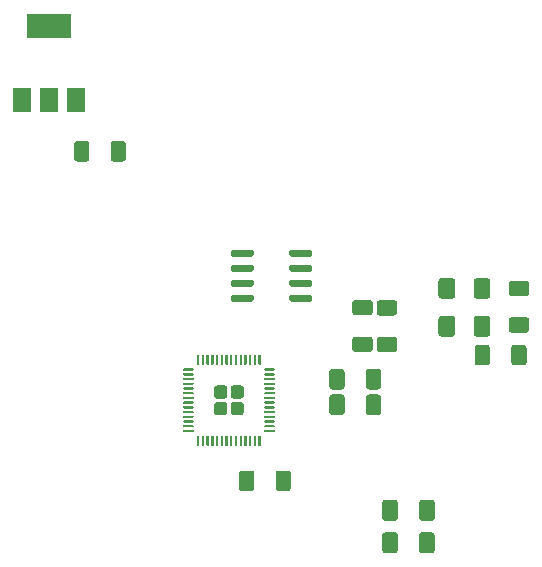
<source format=gbr>
%TF.GenerationSoftware,KiCad,Pcbnew,5.1.9+dfsg1-1+deb11u1*%
%TF.CreationDate,2023-02-15T16:28:34+00:00*%
%TF.ProjectId,bao-board,62616f2d-626f-4617-9264-2e6b69636164,rev?*%
%TF.SameCoordinates,Original*%
%TF.FileFunction,Paste,Top*%
%TF.FilePolarity,Positive*%
%FSLAX46Y46*%
G04 Gerber Fmt 4.6, Leading zero omitted, Abs format (unit mm)*
G04 Created by KiCad (PCBNEW 5.1.9+dfsg1-1+deb11u1) date 2023-02-15 16:28:34*
%MOMM*%
%LPD*%
G01*
G04 APERTURE LIST*
%ADD10R,1.500000X2.000000*%
%ADD11R,3.800000X2.000000*%
G04 APERTURE END LIST*
%TO.C,R14*%
G36*
G01*
X91050000Y-131924999D02*
X91050000Y-133175001D01*
G75*
G02*
X90800001Y-133425000I-249999J0D01*
G01*
X89999999Y-133425000D01*
G75*
G02*
X89750000Y-133175001I0J249999D01*
G01*
X89750000Y-131924999D01*
G75*
G02*
X89999999Y-131675000I249999J0D01*
G01*
X90800001Y-131675000D01*
G75*
G02*
X91050000Y-131924999I0J-249999D01*
G01*
G37*
G36*
G01*
X94150000Y-131924999D02*
X94150000Y-133175001D01*
G75*
G02*
X93900001Y-133425000I-249999J0D01*
G01*
X93099999Y-133425000D01*
G75*
G02*
X92850000Y-133175001I0J249999D01*
G01*
X92850000Y-131924999D01*
G75*
G02*
X93099999Y-131675000I249999J0D01*
G01*
X93900001Y-131675000D01*
G75*
G02*
X94150000Y-131924999I0J-249999D01*
G01*
G37*
%TD*%
%TO.C,R13*%
G36*
G01*
X78878000Y-105273001D02*
X78878000Y-104022999D01*
G75*
G02*
X79127999Y-103773000I249999J0D01*
G01*
X79928001Y-103773000D01*
G75*
G02*
X80178000Y-104022999I0J-249999D01*
G01*
X80178000Y-105273001D01*
G75*
G02*
X79928001Y-105523000I-249999J0D01*
G01*
X79127999Y-105523000D01*
G75*
G02*
X78878000Y-105273001I0J249999D01*
G01*
G37*
G36*
G01*
X75778000Y-105273001D02*
X75778000Y-104022999D01*
G75*
G02*
X76027999Y-103773000I249999J0D01*
G01*
X76828001Y-103773000D01*
G75*
G02*
X77078000Y-104022999I0J-249999D01*
G01*
X77078000Y-105273001D01*
G75*
G02*
X76828001Y-105523000I-249999J0D01*
G01*
X76027999Y-105523000D01*
G75*
G02*
X75778000Y-105273001I0J249999D01*
G01*
G37*
%TD*%
%TO.C,C8*%
G36*
G01*
X105000000Y-138450002D02*
X105000000Y-137149998D01*
G75*
G02*
X105249998Y-136900000I249998J0D01*
G01*
X106075002Y-136900000D01*
G75*
G02*
X106325000Y-137149998I0J-249998D01*
G01*
X106325000Y-138450002D01*
G75*
G02*
X106075002Y-138700000I-249998J0D01*
G01*
X105249998Y-138700000D01*
G75*
G02*
X105000000Y-138450002I0J249998D01*
G01*
G37*
G36*
G01*
X101875000Y-138450002D02*
X101875000Y-137149998D01*
G75*
G02*
X102124998Y-136900000I249998J0D01*
G01*
X102950002Y-136900000D01*
G75*
G02*
X103200000Y-137149998I0J-249998D01*
G01*
X103200000Y-138450002D01*
G75*
G02*
X102950002Y-138700000I-249998J0D01*
G01*
X102124998Y-138700000D01*
G75*
G02*
X101875000Y-138450002I0J249998D01*
G01*
G37*
%TD*%
%TO.C,C7*%
G36*
G01*
X105000000Y-135700002D02*
X105000000Y-134399998D01*
G75*
G02*
X105249998Y-134150000I249998J0D01*
G01*
X106075002Y-134150000D01*
G75*
G02*
X106325000Y-134399998I0J-249998D01*
G01*
X106325000Y-135700002D01*
G75*
G02*
X106075002Y-135950000I-249998J0D01*
G01*
X105249998Y-135950000D01*
G75*
G02*
X105000000Y-135700002I0J249998D01*
G01*
G37*
G36*
G01*
X101875000Y-135700002D02*
X101875000Y-134399998D01*
G75*
G02*
X102124998Y-134150000I249998J0D01*
G01*
X102950002Y-134150000D01*
G75*
G02*
X103200000Y-134399998I0J-249998D01*
G01*
X103200000Y-135700002D01*
G75*
G02*
X102950002Y-135950000I-249998J0D01*
G01*
X102124998Y-135950000D01*
G75*
G02*
X101875000Y-135700002I0J249998D01*
G01*
G37*
%TD*%
%TO.C,U2*%
G36*
G01*
X87635000Y-126745000D02*
X87635000Y-126115000D01*
G75*
G02*
X87885000Y-125865000I250000J0D01*
G01*
X88515000Y-125865000D01*
G75*
G02*
X88765000Y-126115000I0J-250000D01*
G01*
X88765000Y-126745000D01*
G75*
G02*
X88515000Y-126995000I-250000J0D01*
G01*
X87885000Y-126995000D01*
G75*
G02*
X87635000Y-126745000I0J250000D01*
G01*
G37*
G36*
G01*
X87000000Y-122680000D02*
X87000000Y-121905000D01*
G75*
G02*
X87050000Y-121855000I50000J0D01*
G01*
X87150000Y-121855000D01*
G75*
G02*
X87200000Y-121905000I0J-50000D01*
G01*
X87200000Y-122680000D01*
G75*
G02*
X87150000Y-122730000I-50000J0D01*
G01*
X87050000Y-122730000D01*
G75*
G02*
X87000000Y-122680000I0J50000D01*
G01*
G37*
G36*
G01*
X91000000Y-122680000D02*
X91000000Y-121905000D01*
G75*
G02*
X91050000Y-121855000I50000J0D01*
G01*
X91150000Y-121855000D01*
G75*
G02*
X91200000Y-121905000I0J-50000D01*
G01*
X91200000Y-122680000D01*
G75*
G02*
X91150000Y-122730000I-50000J0D01*
G01*
X91050000Y-122730000D01*
G75*
G02*
X91000000Y-122680000I0J50000D01*
G01*
G37*
G36*
G01*
X88600000Y-129555000D02*
X88600000Y-128780000D01*
G75*
G02*
X88650000Y-128730000I50000J0D01*
G01*
X88750000Y-128730000D01*
G75*
G02*
X88800000Y-128780000I0J-50000D01*
G01*
X88800000Y-129555000D01*
G75*
G02*
X88750000Y-129605000I-50000J0D01*
G01*
X88650000Y-129605000D01*
G75*
G02*
X88600000Y-129555000I0J50000D01*
G01*
G37*
G36*
G01*
X85025000Y-126780000D02*
X85025000Y-126680000D01*
G75*
G02*
X85075000Y-126630000I50000J0D01*
G01*
X85850000Y-126630000D01*
G75*
G02*
X85900000Y-126680000I0J-50000D01*
G01*
X85900000Y-126780000D01*
G75*
G02*
X85850000Y-126830000I-50000J0D01*
G01*
X85075000Y-126830000D01*
G75*
G02*
X85025000Y-126780000I0J50000D01*
G01*
G37*
G36*
G01*
X85025000Y-127980000D02*
X85025000Y-127880000D01*
G75*
G02*
X85075000Y-127830000I50000J0D01*
G01*
X85850000Y-127830000D01*
G75*
G02*
X85900000Y-127880000I0J-50000D01*
G01*
X85900000Y-127980000D01*
G75*
G02*
X85850000Y-128030000I-50000J0D01*
G01*
X85075000Y-128030000D01*
G75*
G02*
X85025000Y-127980000I0J50000D01*
G01*
G37*
G36*
G01*
X90200000Y-129555000D02*
X90200000Y-128780000D01*
G75*
G02*
X90250000Y-128730000I50000J0D01*
G01*
X90350000Y-128730000D01*
G75*
G02*
X90400000Y-128780000I0J-50000D01*
G01*
X90400000Y-129555000D01*
G75*
G02*
X90350000Y-129605000I-50000J0D01*
G01*
X90250000Y-129605000D01*
G75*
G02*
X90200000Y-129555000I0J50000D01*
G01*
G37*
G36*
G01*
X85025000Y-128380000D02*
X85025000Y-128280000D01*
G75*
G02*
X85075000Y-128230000I50000J0D01*
G01*
X85850000Y-128230000D01*
G75*
G02*
X85900000Y-128280000I0J-50000D01*
G01*
X85900000Y-128380000D01*
G75*
G02*
X85850000Y-128430000I-50000J0D01*
G01*
X85075000Y-128430000D01*
G75*
G02*
X85025000Y-128380000I0J50000D01*
G01*
G37*
G36*
G01*
X86200000Y-129555000D02*
X86200000Y-128780000D01*
G75*
G02*
X86250000Y-128730000I50000J0D01*
G01*
X86350000Y-128730000D01*
G75*
G02*
X86400000Y-128780000I0J-50000D01*
G01*
X86400000Y-129555000D01*
G75*
G02*
X86350000Y-129605000I-50000J0D01*
G01*
X86250000Y-129605000D01*
G75*
G02*
X86200000Y-129555000I0J50000D01*
G01*
G37*
G36*
G01*
X91900000Y-123980000D02*
X91900000Y-123880000D01*
G75*
G02*
X91950000Y-123830000I50000J0D01*
G01*
X92725000Y-123830000D01*
G75*
G02*
X92775000Y-123880000I0J-50000D01*
G01*
X92775000Y-123980000D01*
G75*
G02*
X92725000Y-124030000I-50000J0D01*
G01*
X91950000Y-124030000D01*
G75*
G02*
X91900000Y-123980000I0J50000D01*
G01*
G37*
G36*
G01*
X89000000Y-122680000D02*
X89000000Y-121905000D01*
G75*
G02*
X89050000Y-121855000I50000J0D01*
G01*
X89150000Y-121855000D01*
G75*
G02*
X89200000Y-121905000I0J-50000D01*
G01*
X89200000Y-122680000D01*
G75*
G02*
X89150000Y-122730000I-50000J0D01*
G01*
X89050000Y-122730000D01*
G75*
G02*
X89000000Y-122680000I0J50000D01*
G01*
G37*
G36*
G01*
X91900000Y-126380000D02*
X91900000Y-126280000D01*
G75*
G02*
X91950000Y-126230000I50000J0D01*
G01*
X92725000Y-126230000D01*
G75*
G02*
X92775000Y-126280000I0J-50000D01*
G01*
X92775000Y-126380000D01*
G75*
G02*
X92725000Y-126430000I-50000J0D01*
G01*
X91950000Y-126430000D01*
G75*
G02*
X91900000Y-126380000I0J50000D01*
G01*
G37*
G36*
G01*
X91900000Y-123180000D02*
X91900000Y-123080000D01*
G75*
G02*
X91950000Y-123030000I50000J0D01*
G01*
X92725000Y-123030000D01*
G75*
G02*
X92775000Y-123080000I0J-50000D01*
G01*
X92775000Y-123180000D01*
G75*
G02*
X92725000Y-123230000I-50000J0D01*
G01*
X91950000Y-123230000D01*
G75*
G02*
X91900000Y-123180000I0J50000D01*
G01*
G37*
G36*
G01*
X87400000Y-122680000D02*
X87400000Y-121905000D01*
G75*
G02*
X87450000Y-121855000I50000J0D01*
G01*
X87550000Y-121855000D01*
G75*
G02*
X87600000Y-121905000I0J-50000D01*
G01*
X87600000Y-122680000D01*
G75*
G02*
X87550000Y-122730000I-50000J0D01*
G01*
X87450000Y-122730000D01*
G75*
G02*
X87400000Y-122680000I0J50000D01*
G01*
G37*
G36*
G01*
X86200000Y-122680000D02*
X86200000Y-121905000D01*
G75*
G02*
X86250000Y-121855000I50000J0D01*
G01*
X86350000Y-121855000D01*
G75*
G02*
X86400000Y-121905000I0J-50000D01*
G01*
X86400000Y-122680000D01*
G75*
G02*
X86350000Y-122730000I-50000J0D01*
G01*
X86250000Y-122730000D01*
G75*
G02*
X86200000Y-122680000I0J50000D01*
G01*
G37*
G36*
G01*
X89035000Y-125345000D02*
X89035000Y-124715000D01*
G75*
G02*
X89285000Y-124465000I250000J0D01*
G01*
X89915000Y-124465000D01*
G75*
G02*
X90165000Y-124715000I0J-250000D01*
G01*
X90165000Y-125345000D01*
G75*
G02*
X89915000Y-125595000I-250000J0D01*
G01*
X89285000Y-125595000D01*
G75*
G02*
X89035000Y-125345000I0J250000D01*
G01*
G37*
G36*
G01*
X87400000Y-129555000D02*
X87400000Y-128780000D01*
G75*
G02*
X87450000Y-128730000I50000J0D01*
G01*
X87550000Y-128730000D01*
G75*
G02*
X87600000Y-128780000I0J-50000D01*
G01*
X87600000Y-129555000D01*
G75*
G02*
X87550000Y-129605000I-50000J0D01*
G01*
X87450000Y-129605000D01*
G75*
G02*
X87400000Y-129555000I0J50000D01*
G01*
G37*
G36*
G01*
X91900000Y-125180000D02*
X91900000Y-125080000D01*
G75*
G02*
X91950000Y-125030000I50000J0D01*
G01*
X92725000Y-125030000D01*
G75*
G02*
X92775000Y-125080000I0J-50000D01*
G01*
X92775000Y-125180000D01*
G75*
G02*
X92725000Y-125230000I-50000J0D01*
G01*
X91950000Y-125230000D01*
G75*
G02*
X91900000Y-125180000I0J50000D01*
G01*
G37*
G36*
G01*
X91900000Y-125980000D02*
X91900000Y-125880000D01*
G75*
G02*
X91950000Y-125830000I50000J0D01*
G01*
X92725000Y-125830000D01*
G75*
G02*
X92775000Y-125880000I0J-50000D01*
G01*
X92775000Y-125980000D01*
G75*
G02*
X92725000Y-126030000I-50000J0D01*
G01*
X91950000Y-126030000D01*
G75*
G02*
X91900000Y-125980000I0J50000D01*
G01*
G37*
G36*
G01*
X90600000Y-122680000D02*
X90600000Y-121905000D01*
G75*
G02*
X90650000Y-121855000I50000J0D01*
G01*
X90750000Y-121855000D01*
G75*
G02*
X90800000Y-121905000I0J-50000D01*
G01*
X90800000Y-122680000D01*
G75*
G02*
X90750000Y-122730000I-50000J0D01*
G01*
X90650000Y-122730000D01*
G75*
G02*
X90600000Y-122680000I0J50000D01*
G01*
G37*
G36*
G01*
X91900000Y-123580000D02*
X91900000Y-123480000D01*
G75*
G02*
X91950000Y-123430000I50000J0D01*
G01*
X92725000Y-123430000D01*
G75*
G02*
X92775000Y-123480000I0J-50000D01*
G01*
X92775000Y-123580000D01*
G75*
G02*
X92725000Y-123630000I-50000J0D01*
G01*
X91950000Y-123630000D01*
G75*
G02*
X91900000Y-123580000I0J50000D01*
G01*
G37*
G36*
G01*
X87800000Y-129555000D02*
X87800000Y-128780000D01*
G75*
G02*
X87850000Y-128730000I50000J0D01*
G01*
X87950000Y-128730000D01*
G75*
G02*
X88000000Y-128780000I0J-50000D01*
G01*
X88000000Y-129555000D01*
G75*
G02*
X87950000Y-129605000I-50000J0D01*
G01*
X87850000Y-129605000D01*
G75*
G02*
X87800000Y-129555000I0J50000D01*
G01*
G37*
G36*
G01*
X85025000Y-125580000D02*
X85025000Y-125480000D01*
G75*
G02*
X85075000Y-125430000I50000J0D01*
G01*
X85850000Y-125430000D01*
G75*
G02*
X85900000Y-125480000I0J-50000D01*
G01*
X85900000Y-125580000D01*
G75*
G02*
X85850000Y-125630000I-50000J0D01*
G01*
X85075000Y-125630000D01*
G75*
G02*
X85025000Y-125580000I0J50000D01*
G01*
G37*
G36*
G01*
X91900000Y-124380000D02*
X91900000Y-124280000D01*
G75*
G02*
X91950000Y-124230000I50000J0D01*
G01*
X92725000Y-124230000D01*
G75*
G02*
X92775000Y-124280000I0J-50000D01*
G01*
X92775000Y-124380000D01*
G75*
G02*
X92725000Y-124430000I-50000J0D01*
G01*
X91950000Y-124430000D01*
G75*
G02*
X91900000Y-124380000I0J50000D01*
G01*
G37*
G36*
G01*
X91400000Y-122680000D02*
X91400000Y-121905000D01*
G75*
G02*
X91450000Y-121855000I50000J0D01*
G01*
X91550000Y-121855000D01*
G75*
G02*
X91600000Y-121905000I0J-50000D01*
G01*
X91600000Y-122680000D01*
G75*
G02*
X91550000Y-122730000I-50000J0D01*
G01*
X91450000Y-122730000D01*
G75*
G02*
X91400000Y-122680000I0J50000D01*
G01*
G37*
G36*
G01*
X85025000Y-124380000D02*
X85025000Y-124280000D01*
G75*
G02*
X85075000Y-124230000I50000J0D01*
G01*
X85850000Y-124230000D01*
G75*
G02*
X85900000Y-124280000I0J-50000D01*
G01*
X85900000Y-124380000D01*
G75*
G02*
X85850000Y-124430000I-50000J0D01*
G01*
X85075000Y-124430000D01*
G75*
G02*
X85025000Y-124380000I0J50000D01*
G01*
G37*
G36*
G01*
X91900000Y-126780000D02*
X91900000Y-126680000D01*
G75*
G02*
X91950000Y-126630000I50000J0D01*
G01*
X92725000Y-126630000D01*
G75*
G02*
X92775000Y-126680000I0J-50000D01*
G01*
X92775000Y-126780000D01*
G75*
G02*
X92725000Y-126830000I-50000J0D01*
G01*
X91950000Y-126830000D01*
G75*
G02*
X91900000Y-126780000I0J50000D01*
G01*
G37*
G36*
G01*
X86600000Y-122680000D02*
X86600000Y-121905000D01*
G75*
G02*
X86650000Y-121855000I50000J0D01*
G01*
X86750000Y-121855000D01*
G75*
G02*
X86800000Y-121905000I0J-50000D01*
G01*
X86800000Y-122680000D01*
G75*
G02*
X86750000Y-122730000I-50000J0D01*
G01*
X86650000Y-122730000D01*
G75*
G02*
X86600000Y-122680000I0J50000D01*
G01*
G37*
G36*
G01*
X85025000Y-125180000D02*
X85025000Y-125080000D01*
G75*
G02*
X85075000Y-125030000I50000J0D01*
G01*
X85850000Y-125030000D01*
G75*
G02*
X85900000Y-125080000I0J-50000D01*
G01*
X85900000Y-125180000D01*
G75*
G02*
X85850000Y-125230000I-50000J0D01*
G01*
X85075000Y-125230000D01*
G75*
G02*
X85025000Y-125180000I0J50000D01*
G01*
G37*
G36*
G01*
X88200000Y-122680000D02*
X88200000Y-121905000D01*
G75*
G02*
X88250000Y-121855000I50000J0D01*
G01*
X88350000Y-121855000D01*
G75*
G02*
X88400000Y-121905000I0J-50000D01*
G01*
X88400000Y-122680000D01*
G75*
G02*
X88350000Y-122730000I-50000J0D01*
G01*
X88250000Y-122730000D01*
G75*
G02*
X88200000Y-122680000I0J50000D01*
G01*
G37*
G36*
G01*
X85025000Y-124780000D02*
X85025000Y-124680000D01*
G75*
G02*
X85075000Y-124630000I50000J0D01*
G01*
X85850000Y-124630000D01*
G75*
G02*
X85900000Y-124680000I0J-50000D01*
G01*
X85900000Y-124780000D01*
G75*
G02*
X85850000Y-124830000I-50000J0D01*
G01*
X85075000Y-124830000D01*
G75*
G02*
X85025000Y-124780000I0J50000D01*
G01*
G37*
G36*
G01*
X85025000Y-123180000D02*
X85025000Y-123080000D01*
G75*
G02*
X85075000Y-123030000I50000J0D01*
G01*
X85850000Y-123030000D01*
G75*
G02*
X85900000Y-123080000I0J-50000D01*
G01*
X85900000Y-123180000D01*
G75*
G02*
X85850000Y-123230000I-50000J0D01*
G01*
X85075000Y-123230000D01*
G75*
G02*
X85025000Y-123180000I0J50000D01*
G01*
G37*
G36*
G01*
X87800000Y-122680000D02*
X87800000Y-121905000D01*
G75*
G02*
X87850000Y-121855000I50000J0D01*
G01*
X87950000Y-121855000D01*
G75*
G02*
X88000000Y-121905000I0J-50000D01*
G01*
X88000000Y-122680000D01*
G75*
G02*
X87950000Y-122730000I-50000J0D01*
G01*
X87850000Y-122730000D01*
G75*
G02*
X87800000Y-122680000I0J50000D01*
G01*
G37*
G36*
G01*
X91900000Y-125580000D02*
X91900000Y-125480000D01*
G75*
G02*
X91950000Y-125430000I50000J0D01*
G01*
X92725000Y-125430000D01*
G75*
G02*
X92775000Y-125480000I0J-50000D01*
G01*
X92775000Y-125580000D01*
G75*
G02*
X92725000Y-125630000I-50000J0D01*
G01*
X91950000Y-125630000D01*
G75*
G02*
X91900000Y-125580000I0J50000D01*
G01*
G37*
G36*
G01*
X90200000Y-122680000D02*
X90200000Y-121905000D01*
G75*
G02*
X90250000Y-121855000I50000J0D01*
G01*
X90350000Y-121855000D01*
G75*
G02*
X90400000Y-121905000I0J-50000D01*
G01*
X90400000Y-122680000D01*
G75*
G02*
X90350000Y-122730000I-50000J0D01*
G01*
X90250000Y-122730000D01*
G75*
G02*
X90200000Y-122680000I0J50000D01*
G01*
G37*
G36*
G01*
X87000000Y-129555000D02*
X87000000Y-128780000D01*
G75*
G02*
X87050000Y-128730000I50000J0D01*
G01*
X87150000Y-128730000D01*
G75*
G02*
X87200000Y-128780000I0J-50000D01*
G01*
X87200000Y-129555000D01*
G75*
G02*
X87150000Y-129605000I-50000J0D01*
G01*
X87050000Y-129605000D01*
G75*
G02*
X87000000Y-129555000I0J50000D01*
G01*
G37*
G36*
G01*
X85025000Y-127180000D02*
X85025000Y-127080000D01*
G75*
G02*
X85075000Y-127030000I50000J0D01*
G01*
X85850000Y-127030000D01*
G75*
G02*
X85900000Y-127080000I0J-50000D01*
G01*
X85900000Y-127180000D01*
G75*
G02*
X85850000Y-127230000I-50000J0D01*
G01*
X85075000Y-127230000D01*
G75*
G02*
X85025000Y-127180000I0J50000D01*
G01*
G37*
G36*
G01*
X91900000Y-124780000D02*
X91900000Y-124680000D01*
G75*
G02*
X91950000Y-124630000I50000J0D01*
G01*
X92725000Y-124630000D01*
G75*
G02*
X92775000Y-124680000I0J-50000D01*
G01*
X92775000Y-124780000D01*
G75*
G02*
X92725000Y-124830000I-50000J0D01*
G01*
X91950000Y-124830000D01*
G75*
G02*
X91900000Y-124780000I0J50000D01*
G01*
G37*
G36*
G01*
X85025000Y-123980000D02*
X85025000Y-123880000D01*
G75*
G02*
X85075000Y-123830000I50000J0D01*
G01*
X85850000Y-123830000D01*
G75*
G02*
X85900000Y-123880000I0J-50000D01*
G01*
X85900000Y-123980000D01*
G75*
G02*
X85850000Y-124030000I-50000J0D01*
G01*
X85075000Y-124030000D01*
G75*
G02*
X85025000Y-123980000I0J50000D01*
G01*
G37*
G36*
G01*
X89035000Y-126745000D02*
X89035000Y-126115000D01*
G75*
G02*
X89285000Y-125865000I250000J0D01*
G01*
X89915000Y-125865000D01*
G75*
G02*
X90165000Y-126115000I0J-250000D01*
G01*
X90165000Y-126745000D01*
G75*
G02*
X89915000Y-126995000I-250000J0D01*
G01*
X89285000Y-126995000D01*
G75*
G02*
X89035000Y-126745000I0J250000D01*
G01*
G37*
G36*
G01*
X91900000Y-127980000D02*
X91900000Y-127880000D01*
G75*
G02*
X91950000Y-127830000I50000J0D01*
G01*
X92725000Y-127830000D01*
G75*
G02*
X92775000Y-127880000I0J-50000D01*
G01*
X92775000Y-127980000D01*
G75*
G02*
X92725000Y-128030000I-50000J0D01*
G01*
X91950000Y-128030000D01*
G75*
G02*
X91900000Y-127980000I0J50000D01*
G01*
G37*
G36*
G01*
X85025000Y-123580000D02*
X85025000Y-123480000D01*
G75*
G02*
X85075000Y-123430000I50000J0D01*
G01*
X85850000Y-123430000D01*
G75*
G02*
X85900000Y-123480000I0J-50000D01*
G01*
X85900000Y-123580000D01*
G75*
G02*
X85850000Y-123630000I-50000J0D01*
G01*
X85075000Y-123630000D01*
G75*
G02*
X85025000Y-123580000I0J50000D01*
G01*
G37*
G36*
G01*
X86600000Y-129555000D02*
X86600000Y-128780000D01*
G75*
G02*
X86650000Y-128730000I50000J0D01*
G01*
X86750000Y-128730000D01*
G75*
G02*
X86800000Y-128780000I0J-50000D01*
G01*
X86800000Y-129555000D01*
G75*
G02*
X86750000Y-129605000I-50000J0D01*
G01*
X86650000Y-129605000D01*
G75*
G02*
X86600000Y-129555000I0J50000D01*
G01*
G37*
G36*
G01*
X90600000Y-129555000D02*
X90600000Y-128780000D01*
G75*
G02*
X90650000Y-128730000I50000J0D01*
G01*
X90750000Y-128730000D01*
G75*
G02*
X90800000Y-128780000I0J-50000D01*
G01*
X90800000Y-129555000D01*
G75*
G02*
X90750000Y-129605000I-50000J0D01*
G01*
X90650000Y-129605000D01*
G75*
G02*
X90600000Y-129555000I0J50000D01*
G01*
G37*
G36*
G01*
X89800000Y-129555000D02*
X89800000Y-128780000D01*
G75*
G02*
X89850000Y-128730000I50000J0D01*
G01*
X89950000Y-128730000D01*
G75*
G02*
X90000000Y-128780000I0J-50000D01*
G01*
X90000000Y-129555000D01*
G75*
G02*
X89950000Y-129605000I-50000J0D01*
G01*
X89850000Y-129605000D01*
G75*
G02*
X89800000Y-129555000I0J50000D01*
G01*
G37*
G36*
G01*
X89400000Y-129555000D02*
X89400000Y-128780000D01*
G75*
G02*
X89450000Y-128730000I50000J0D01*
G01*
X89550000Y-128730000D01*
G75*
G02*
X89600000Y-128780000I0J-50000D01*
G01*
X89600000Y-129555000D01*
G75*
G02*
X89550000Y-129605000I-50000J0D01*
G01*
X89450000Y-129605000D01*
G75*
G02*
X89400000Y-129555000I0J50000D01*
G01*
G37*
G36*
G01*
X85025000Y-125980000D02*
X85025000Y-125880000D01*
G75*
G02*
X85075000Y-125830000I50000J0D01*
G01*
X85850000Y-125830000D01*
G75*
G02*
X85900000Y-125880000I0J-50000D01*
G01*
X85900000Y-125980000D01*
G75*
G02*
X85850000Y-126030000I-50000J0D01*
G01*
X85075000Y-126030000D01*
G75*
G02*
X85025000Y-125980000I0J50000D01*
G01*
G37*
G36*
G01*
X88600000Y-122680000D02*
X88600000Y-121905000D01*
G75*
G02*
X88650000Y-121855000I50000J0D01*
G01*
X88750000Y-121855000D01*
G75*
G02*
X88800000Y-121905000I0J-50000D01*
G01*
X88800000Y-122680000D01*
G75*
G02*
X88750000Y-122730000I-50000J0D01*
G01*
X88650000Y-122730000D01*
G75*
G02*
X88600000Y-122680000I0J50000D01*
G01*
G37*
G36*
G01*
X85025000Y-127580000D02*
X85025000Y-127480000D01*
G75*
G02*
X85075000Y-127430000I50000J0D01*
G01*
X85850000Y-127430000D01*
G75*
G02*
X85900000Y-127480000I0J-50000D01*
G01*
X85900000Y-127580000D01*
G75*
G02*
X85850000Y-127630000I-50000J0D01*
G01*
X85075000Y-127630000D01*
G75*
G02*
X85025000Y-127580000I0J50000D01*
G01*
G37*
G36*
G01*
X88200000Y-129555000D02*
X88200000Y-128780000D01*
G75*
G02*
X88250000Y-128730000I50000J0D01*
G01*
X88350000Y-128730000D01*
G75*
G02*
X88400000Y-128780000I0J-50000D01*
G01*
X88400000Y-129555000D01*
G75*
G02*
X88350000Y-129605000I-50000J0D01*
G01*
X88250000Y-129605000D01*
G75*
G02*
X88200000Y-129555000I0J50000D01*
G01*
G37*
G36*
G01*
X85025000Y-126380000D02*
X85025000Y-126280000D01*
G75*
G02*
X85075000Y-126230000I50000J0D01*
G01*
X85850000Y-126230000D01*
G75*
G02*
X85900000Y-126280000I0J-50000D01*
G01*
X85900000Y-126380000D01*
G75*
G02*
X85850000Y-126430000I-50000J0D01*
G01*
X85075000Y-126430000D01*
G75*
G02*
X85025000Y-126380000I0J50000D01*
G01*
G37*
G36*
G01*
X91900000Y-127180000D02*
X91900000Y-127080000D01*
G75*
G02*
X91950000Y-127030000I50000J0D01*
G01*
X92725000Y-127030000D01*
G75*
G02*
X92775000Y-127080000I0J-50000D01*
G01*
X92775000Y-127180000D01*
G75*
G02*
X92725000Y-127230000I-50000J0D01*
G01*
X91950000Y-127230000D01*
G75*
G02*
X91900000Y-127180000I0J50000D01*
G01*
G37*
G36*
G01*
X91900000Y-127580000D02*
X91900000Y-127480000D01*
G75*
G02*
X91950000Y-127430000I50000J0D01*
G01*
X92725000Y-127430000D01*
G75*
G02*
X92775000Y-127480000I0J-50000D01*
G01*
X92775000Y-127580000D01*
G75*
G02*
X92725000Y-127630000I-50000J0D01*
G01*
X91950000Y-127630000D01*
G75*
G02*
X91900000Y-127580000I0J50000D01*
G01*
G37*
G36*
G01*
X87635000Y-125345000D02*
X87635000Y-124715000D01*
G75*
G02*
X87885000Y-124465000I250000J0D01*
G01*
X88515000Y-124465000D01*
G75*
G02*
X88765000Y-124715000I0J-250000D01*
G01*
X88765000Y-125345000D01*
G75*
G02*
X88515000Y-125595000I-250000J0D01*
G01*
X87885000Y-125595000D01*
G75*
G02*
X87635000Y-125345000I0J250000D01*
G01*
G37*
G36*
G01*
X89400000Y-122680000D02*
X89400000Y-121905000D01*
G75*
G02*
X89450000Y-121855000I50000J0D01*
G01*
X89550000Y-121855000D01*
G75*
G02*
X89600000Y-121905000I0J-50000D01*
G01*
X89600000Y-122680000D01*
G75*
G02*
X89550000Y-122730000I-50000J0D01*
G01*
X89450000Y-122730000D01*
G75*
G02*
X89400000Y-122680000I0J50000D01*
G01*
G37*
G36*
G01*
X89000000Y-129555000D02*
X89000000Y-128780000D01*
G75*
G02*
X89050000Y-128730000I50000J0D01*
G01*
X89150000Y-128730000D01*
G75*
G02*
X89200000Y-128780000I0J-50000D01*
G01*
X89200000Y-129555000D01*
G75*
G02*
X89150000Y-129605000I-50000J0D01*
G01*
X89050000Y-129605000D01*
G75*
G02*
X89000000Y-129555000I0J50000D01*
G01*
G37*
G36*
G01*
X91000000Y-129555000D02*
X91000000Y-128780000D01*
G75*
G02*
X91050000Y-128730000I50000J0D01*
G01*
X91150000Y-128730000D01*
G75*
G02*
X91200000Y-128780000I0J-50000D01*
G01*
X91200000Y-129555000D01*
G75*
G02*
X91150000Y-129605000I-50000J0D01*
G01*
X91050000Y-129605000D01*
G75*
G02*
X91000000Y-129555000I0J50000D01*
G01*
G37*
G36*
G01*
X91400000Y-129555000D02*
X91400000Y-128780000D01*
G75*
G02*
X91450000Y-128730000I50000J0D01*
G01*
X91550000Y-128730000D01*
G75*
G02*
X91600000Y-128780000I0J-50000D01*
G01*
X91600000Y-129555000D01*
G75*
G02*
X91550000Y-129605000I-50000J0D01*
G01*
X91450000Y-129605000D01*
G75*
G02*
X91400000Y-129555000I0J50000D01*
G01*
G37*
G36*
G01*
X91900000Y-128380000D02*
X91900000Y-128280000D01*
G75*
G02*
X91950000Y-128230000I50000J0D01*
G01*
X92725000Y-128230000D01*
G75*
G02*
X92775000Y-128280000I0J-50000D01*
G01*
X92775000Y-128380000D01*
G75*
G02*
X92725000Y-128430000I-50000J0D01*
G01*
X91950000Y-128430000D01*
G75*
G02*
X91900000Y-128380000I0J50000D01*
G01*
G37*
G36*
G01*
X89800000Y-122680000D02*
X89800000Y-121905000D01*
G75*
G02*
X89850000Y-121855000I50000J0D01*
G01*
X89950000Y-121855000D01*
G75*
G02*
X90000000Y-121905000I0J-50000D01*
G01*
X90000000Y-122680000D01*
G75*
G02*
X89950000Y-122730000I-50000J0D01*
G01*
X89850000Y-122730000D01*
G75*
G02*
X89800000Y-122680000I0J50000D01*
G01*
G37*
%TD*%
%TO.C,R12*%
G36*
G01*
X114075001Y-116900000D02*
X112824999Y-116900000D01*
G75*
G02*
X112575000Y-116650001I0J249999D01*
G01*
X112575000Y-115849999D01*
G75*
G02*
X112824999Y-115600000I249999J0D01*
G01*
X114075001Y-115600000D01*
G75*
G02*
X114325000Y-115849999I0J-249999D01*
G01*
X114325000Y-116650001D01*
G75*
G02*
X114075001Y-116900000I-249999J0D01*
G01*
G37*
G36*
G01*
X114075001Y-120000000D02*
X112824999Y-120000000D01*
G75*
G02*
X112575000Y-119750001I0J249999D01*
G01*
X112575000Y-118949999D01*
G75*
G02*
X112824999Y-118700000I249999J0D01*
G01*
X114075001Y-118700000D01*
G75*
G02*
X114325000Y-118949999I0J-249999D01*
G01*
X114325000Y-119750001D01*
G75*
G02*
X114075001Y-120000000I-249999J0D01*
G01*
G37*
%TD*%
%TO.C,R11*%
G36*
G01*
X112800000Y-122525001D02*
X112800000Y-121274999D01*
G75*
G02*
X113049999Y-121025000I249999J0D01*
G01*
X113850001Y-121025000D01*
G75*
G02*
X114100000Y-121274999I0J-249999D01*
G01*
X114100000Y-122525001D01*
G75*
G02*
X113850001Y-122775000I-249999J0D01*
G01*
X113049999Y-122775000D01*
G75*
G02*
X112800000Y-122525001I0J249999D01*
G01*
G37*
G36*
G01*
X109700000Y-122525001D02*
X109700000Y-121274999D01*
G75*
G02*
X109949999Y-121025000I249999J0D01*
G01*
X110750001Y-121025000D01*
G75*
G02*
X111000000Y-121274999I0J-249999D01*
G01*
X111000000Y-122525001D01*
G75*
G02*
X110750001Y-122775000I-249999J0D01*
G01*
X109949999Y-122775000D01*
G75*
G02*
X109700000Y-122525001I0J249999D01*
G01*
G37*
%TD*%
%TO.C,D6*%
G36*
G01*
X108057000Y-118837000D02*
X108057000Y-120087000D01*
G75*
G02*
X107807000Y-120337000I-250000J0D01*
G01*
X106882000Y-120337000D01*
G75*
G02*
X106632000Y-120087000I0J250000D01*
G01*
X106632000Y-118837000D01*
G75*
G02*
X106882000Y-118587000I250000J0D01*
G01*
X107807000Y-118587000D01*
G75*
G02*
X108057000Y-118837000I0J-250000D01*
G01*
G37*
G36*
G01*
X111032000Y-118837000D02*
X111032000Y-120087000D01*
G75*
G02*
X110782000Y-120337000I-250000J0D01*
G01*
X109857000Y-120337000D01*
G75*
G02*
X109607000Y-120087000I0J250000D01*
G01*
X109607000Y-118837000D01*
G75*
G02*
X109857000Y-118587000I250000J0D01*
G01*
X110782000Y-118587000D01*
G75*
G02*
X111032000Y-118837000I0J-250000D01*
G01*
G37*
%TD*%
%TO.C,D5*%
G36*
G01*
X108057000Y-115637000D02*
X108057000Y-116887000D01*
G75*
G02*
X107807000Y-117137000I-250000J0D01*
G01*
X106882000Y-117137000D01*
G75*
G02*
X106632000Y-116887000I0J250000D01*
G01*
X106632000Y-115637000D01*
G75*
G02*
X106882000Y-115387000I250000J0D01*
G01*
X107807000Y-115387000D01*
G75*
G02*
X108057000Y-115637000I0J-250000D01*
G01*
G37*
G36*
G01*
X111032000Y-115637000D02*
X111032000Y-116887000D01*
G75*
G02*
X110782000Y-117137000I-250000J0D01*
G01*
X109857000Y-117137000D01*
G75*
G02*
X109607000Y-116887000I0J250000D01*
G01*
X109607000Y-115637000D01*
G75*
G02*
X109857000Y-115387000I250000J0D01*
G01*
X110782000Y-115387000D01*
G75*
G02*
X111032000Y-115637000I0J-250000D01*
G01*
G37*
%TD*%
%TO.C,R10*%
G36*
G01*
X99577999Y-120343500D02*
X100828001Y-120343500D01*
G75*
G02*
X101078000Y-120593499I0J-249999D01*
G01*
X101078000Y-121393501D01*
G75*
G02*
X100828001Y-121643500I-249999J0D01*
G01*
X99577999Y-121643500D01*
G75*
G02*
X99328000Y-121393501I0J249999D01*
G01*
X99328000Y-120593499D01*
G75*
G02*
X99577999Y-120343500I249999J0D01*
G01*
G37*
G36*
G01*
X99577999Y-117243500D02*
X100828001Y-117243500D01*
G75*
G02*
X101078000Y-117493499I0J-249999D01*
G01*
X101078000Y-118293501D01*
G75*
G02*
X100828001Y-118543500I-249999J0D01*
G01*
X99577999Y-118543500D01*
G75*
G02*
X99328000Y-118293501I0J249999D01*
G01*
X99328000Y-117493499D01*
G75*
G02*
X99577999Y-117243500I249999J0D01*
G01*
G37*
%TD*%
%TO.C,R9*%
G36*
G01*
X98698480Y-125485999D02*
X98698480Y-126736001D01*
G75*
G02*
X98448481Y-126986000I-249999J0D01*
G01*
X97648479Y-126986000D01*
G75*
G02*
X97398480Y-126736001I0J249999D01*
G01*
X97398480Y-125485999D01*
G75*
G02*
X97648479Y-125236000I249999J0D01*
G01*
X98448481Y-125236000D01*
G75*
G02*
X98698480Y-125485999I0J-249999D01*
G01*
G37*
G36*
G01*
X101798480Y-125485999D02*
X101798480Y-126736001D01*
G75*
G02*
X101548481Y-126986000I-249999J0D01*
G01*
X100748479Y-126986000D01*
G75*
G02*
X100498480Y-126736001I0J249999D01*
G01*
X100498480Y-125485999D01*
G75*
G02*
X100748479Y-125236000I249999J0D01*
G01*
X101548481Y-125236000D01*
G75*
G02*
X101798480Y-125485999I0J-249999D01*
G01*
G37*
%TD*%
%TO.C,R8*%
G36*
G01*
X102900641Y-118551120D02*
X101650639Y-118551120D01*
G75*
G02*
X101400640Y-118301121I0J249999D01*
G01*
X101400640Y-117501119D01*
G75*
G02*
X101650639Y-117251120I249999J0D01*
G01*
X102900641Y-117251120D01*
G75*
G02*
X103150640Y-117501119I0J-249999D01*
G01*
X103150640Y-118301121D01*
G75*
G02*
X102900641Y-118551120I-249999J0D01*
G01*
G37*
G36*
G01*
X102900641Y-121651120D02*
X101650639Y-121651120D01*
G75*
G02*
X101400640Y-121401121I0J249999D01*
G01*
X101400640Y-120601119D01*
G75*
G02*
X101650639Y-120351120I249999J0D01*
G01*
X102900641Y-120351120D01*
G75*
G02*
X103150640Y-120601119I0J-249999D01*
G01*
X103150640Y-121401121D01*
G75*
G02*
X102900641Y-121651120I-249999J0D01*
G01*
G37*
%TD*%
%TO.C,R7*%
G36*
G01*
X100494000Y-124569381D02*
X100494000Y-123319379D01*
G75*
G02*
X100743999Y-123069380I249999J0D01*
G01*
X101544001Y-123069380D01*
G75*
G02*
X101794000Y-123319379I0J-249999D01*
G01*
X101794000Y-124569381D01*
G75*
G02*
X101544001Y-124819380I-249999J0D01*
G01*
X100743999Y-124819380D01*
G75*
G02*
X100494000Y-124569381I0J249999D01*
G01*
G37*
G36*
G01*
X97394000Y-124569381D02*
X97394000Y-123319379D01*
G75*
G02*
X97643999Y-123069380I249999J0D01*
G01*
X98444001Y-123069380D01*
G75*
G02*
X98694000Y-123319379I0J-249999D01*
G01*
X98694000Y-124569381D01*
G75*
G02*
X98444001Y-124819380I-249999J0D01*
G01*
X97643999Y-124819380D01*
G75*
G02*
X97394000Y-124569381I0J249999D01*
G01*
G37*
%TD*%
D10*
%TO.C,U3*%
X71360000Y-100305000D03*
X75960000Y-100305000D03*
X73660000Y-100305000D03*
D11*
X73660000Y-94005000D03*
%TD*%
%TO.C,U5*%
G36*
G01*
X89050000Y-113433500D02*
X89050000Y-113133500D01*
G75*
G02*
X89200000Y-112983500I150000J0D01*
G01*
X90850000Y-112983500D01*
G75*
G02*
X91000000Y-113133500I0J-150000D01*
G01*
X91000000Y-113433500D01*
G75*
G02*
X90850000Y-113583500I-150000J0D01*
G01*
X89200000Y-113583500D01*
G75*
G02*
X89050000Y-113433500I0J150000D01*
G01*
G37*
G36*
G01*
X89050000Y-114703500D02*
X89050000Y-114403500D01*
G75*
G02*
X89200000Y-114253500I150000J0D01*
G01*
X90850000Y-114253500D01*
G75*
G02*
X91000000Y-114403500I0J-150000D01*
G01*
X91000000Y-114703500D01*
G75*
G02*
X90850000Y-114853500I-150000J0D01*
G01*
X89200000Y-114853500D01*
G75*
G02*
X89050000Y-114703500I0J150000D01*
G01*
G37*
G36*
G01*
X89050000Y-115973500D02*
X89050000Y-115673500D01*
G75*
G02*
X89200000Y-115523500I150000J0D01*
G01*
X90850000Y-115523500D01*
G75*
G02*
X91000000Y-115673500I0J-150000D01*
G01*
X91000000Y-115973500D01*
G75*
G02*
X90850000Y-116123500I-150000J0D01*
G01*
X89200000Y-116123500D01*
G75*
G02*
X89050000Y-115973500I0J150000D01*
G01*
G37*
G36*
G01*
X89050000Y-117243500D02*
X89050000Y-116943500D01*
G75*
G02*
X89200000Y-116793500I150000J0D01*
G01*
X90850000Y-116793500D01*
G75*
G02*
X91000000Y-116943500I0J-150000D01*
G01*
X91000000Y-117243500D01*
G75*
G02*
X90850000Y-117393500I-150000J0D01*
G01*
X89200000Y-117393500D01*
G75*
G02*
X89050000Y-117243500I0J150000D01*
G01*
G37*
G36*
G01*
X94000000Y-117243500D02*
X94000000Y-116943500D01*
G75*
G02*
X94150000Y-116793500I150000J0D01*
G01*
X95800000Y-116793500D01*
G75*
G02*
X95950000Y-116943500I0J-150000D01*
G01*
X95950000Y-117243500D01*
G75*
G02*
X95800000Y-117393500I-150000J0D01*
G01*
X94150000Y-117393500D01*
G75*
G02*
X94000000Y-117243500I0J150000D01*
G01*
G37*
G36*
G01*
X94000000Y-115973500D02*
X94000000Y-115673500D01*
G75*
G02*
X94150000Y-115523500I150000J0D01*
G01*
X95800000Y-115523500D01*
G75*
G02*
X95950000Y-115673500I0J-150000D01*
G01*
X95950000Y-115973500D01*
G75*
G02*
X95800000Y-116123500I-150000J0D01*
G01*
X94150000Y-116123500D01*
G75*
G02*
X94000000Y-115973500I0J150000D01*
G01*
G37*
G36*
G01*
X94000000Y-114703500D02*
X94000000Y-114403500D01*
G75*
G02*
X94150000Y-114253500I150000J0D01*
G01*
X95800000Y-114253500D01*
G75*
G02*
X95950000Y-114403500I0J-150000D01*
G01*
X95950000Y-114703500D01*
G75*
G02*
X95800000Y-114853500I-150000J0D01*
G01*
X94150000Y-114853500D01*
G75*
G02*
X94000000Y-114703500I0J150000D01*
G01*
G37*
G36*
G01*
X94000000Y-113433500D02*
X94000000Y-113133500D01*
G75*
G02*
X94150000Y-112983500I150000J0D01*
G01*
X95800000Y-112983500D01*
G75*
G02*
X95950000Y-113133500I0J-150000D01*
G01*
X95950000Y-113433500D01*
G75*
G02*
X95800000Y-113583500I-150000J0D01*
G01*
X94150000Y-113583500D01*
G75*
G02*
X94000000Y-113433500I0J150000D01*
G01*
G37*
%TD*%
M02*

</source>
